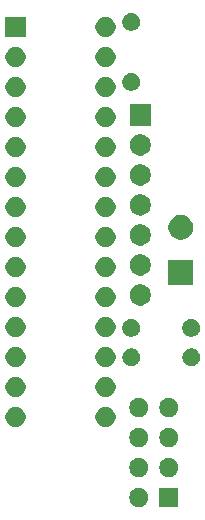
<source format=gbs>
G04 #@! TF.GenerationSoftware,KiCad,Pcbnew,5.1.5*
G04 #@! TF.CreationDate,2020-02-12T19:01:32+05:30*
G04 #@! TF.ProjectId,schematics,73636865-6d61-4746-9963-732e6b696361,rev?*
G04 #@! TF.SameCoordinates,Original*
G04 #@! TF.FileFunction,Soldermask,Bot*
G04 #@! TF.FilePolarity,Negative*
%FSLAX46Y46*%
G04 Gerber Fmt 4.6, Leading zero omitted, Abs format (unit mm)*
G04 Created by KiCad (PCBNEW 5.1.5) date 2020-02-12 19:01:32*
%MOMM*%
%LPD*%
G04 APERTURE LIST*
%ADD10C,0.100000*%
G04 APERTURE END LIST*
D10*
G36*
X144704000Y-116256000D02*
G01*
X143078000Y-116256000D01*
X143078000Y-114630000D01*
X144704000Y-114630000D01*
X144704000Y-116256000D01*
G37*
G36*
X141588142Y-114661242D02*
G01*
X141736101Y-114722529D01*
X141869255Y-114811499D01*
X141982501Y-114924745D01*
X142071471Y-115057899D01*
X142132758Y-115205858D01*
X142164000Y-115362925D01*
X142164000Y-115523075D01*
X142132758Y-115680142D01*
X142071471Y-115828101D01*
X141982501Y-115961255D01*
X141869255Y-116074501D01*
X141736101Y-116163471D01*
X141588142Y-116224758D01*
X141431075Y-116256000D01*
X141270925Y-116256000D01*
X141113858Y-116224758D01*
X140965899Y-116163471D01*
X140832745Y-116074501D01*
X140719499Y-115961255D01*
X140630529Y-115828101D01*
X140569242Y-115680142D01*
X140538000Y-115523075D01*
X140538000Y-115362925D01*
X140569242Y-115205858D01*
X140630529Y-115057899D01*
X140719499Y-114924745D01*
X140832745Y-114811499D01*
X140965899Y-114722529D01*
X141113858Y-114661242D01*
X141270925Y-114630000D01*
X141431075Y-114630000D01*
X141588142Y-114661242D01*
G37*
G36*
X141588142Y-112121242D02*
G01*
X141736101Y-112182529D01*
X141869255Y-112271499D01*
X141982501Y-112384745D01*
X142071471Y-112517899D01*
X142132758Y-112665858D01*
X142164000Y-112822925D01*
X142164000Y-112983075D01*
X142132758Y-113140142D01*
X142071471Y-113288101D01*
X141982501Y-113421255D01*
X141869255Y-113534501D01*
X141736101Y-113623471D01*
X141588142Y-113684758D01*
X141431075Y-113716000D01*
X141270925Y-113716000D01*
X141113858Y-113684758D01*
X140965899Y-113623471D01*
X140832745Y-113534501D01*
X140719499Y-113421255D01*
X140630529Y-113288101D01*
X140569242Y-113140142D01*
X140538000Y-112983075D01*
X140538000Y-112822925D01*
X140569242Y-112665858D01*
X140630529Y-112517899D01*
X140719499Y-112384745D01*
X140832745Y-112271499D01*
X140965899Y-112182529D01*
X141113858Y-112121242D01*
X141270925Y-112090000D01*
X141431075Y-112090000D01*
X141588142Y-112121242D01*
G37*
G36*
X144128142Y-112121242D02*
G01*
X144276101Y-112182529D01*
X144409255Y-112271499D01*
X144522501Y-112384745D01*
X144611471Y-112517899D01*
X144672758Y-112665858D01*
X144704000Y-112822925D01*
X144704000Y-112983075D01*
X144672758Y-113140142D01*
X144611471Y-113288101D01*
X144522501Y-113421255D01*
X144409255Y-113534501D01*
X144276101Y-113623471D01*
X144128142Y-113684758D01*
X143971075Y-113716000D01*
X143810925Y-113716000D01*
X143653858Y-113684758D01*
X143505899Y-113623471D01*
X143372745Y-113534501D01*
X143259499Y-113421255D01*
X143170529Y-113288101D01*
X143109242Y-113140142D01*
X143078000Y-112983075D01*
X143078000Y-112822925D01*
X143109242Y-112665858D01*
X143170529Y-112517899D01*
X143259499Y-112384745D01*
X143372745Y-112271499D01*
X143505899Y-112182529D01*
X143653858Y-112121242D01*
X143810925Y-112090000D01*
X143971075Y-112090000D01*
X144128142Y-112121242D01*
G37*
G36*
X144128142Y-109581242D02*
G01*
X144276101Y-109642529D01*
X144409255Y-109731499D01*
X144522501Y-109844745D01*
X144611471Y-109977899D01*
X144672758Y-110125858D01*
X144704000Y-110282925D01*
X144704000Y-110443075D01*
X144672758Y-110600142D01*
X144611471Y-110748101D01*
X144522501Y-110881255D01*
X144409255Y-110994501D01*
X144276101Y-111083471D01*
X144128142Y-111144758D01*
X143971075Y-111176000D01*
X143810925Y-111176000D01*
X143653858Y-111144758D01*
X143505899Y-111083471D01*
X143372745Y-110994501D01*
X143259499Y-110881255D01*
X143170529Y-110748101D01*
X143109242Y-110600142D01*
X143078000Y-110443075D01*
X143078000Y-110282925D01*
X143109242Y-110125858D01*
X143170529Y-109977899D01*
X143259499Y-109844745D01*
X143372745Y-109731499D01*
X143505899Y-109642529D01*
X143653858Y-109581242D01*
X143810925Y-109550000D01*
X143971075Y-109550000D01*
X144128142Y-109581242D01*
G37*
G36*
X141588142Y-109581242D02*
G01*
X141736101Y-109642529D01*
X141869255Y-109731499D01*
X141982501Y-109844745D01*
X142071471Y-109977899D01*
X142132758Y-110125858D01*
X142164000Y-110282925D01*
X142164000Y-110443075D01*
X142132758Y-110600142D01*
X142071471Y-110748101D01*
X141982501Y-110881255D01*
X141869255Y-110994501D01*
X141736101Y-111083471D01*
X141588142Y-111144758D01*
X141431075Y-111176000D01*
X141270925Y-111176000D01*
X141113858Y-111144758D01*
X140965899Y-111083471D01*
X140832745Y-110994501D01*
X140719499Y-110881255D01*
X140630529Y-110748101D01*
X140569242Y-110600142D01*
X140538000Y-110443075D01*
X140538000Y-110282925D01*
X140569242Y-110125858D01*
X140630529Y-109977899D01*
X140719499Y-109844745D01*
X140832745Y-109731499D01*
X140965899Y-109642529D01*
X141113858Y-109581242D01*
X141270925Y-109550000D01*
X141431075Y-109550000D01*
X141588142Y-109581242D01*
G37*
G36*
X138787229Y-107817704D02*
G01*
X138942101Y-107881854D01*
X139081482Y-107974986D01*
X139200016Y-108093520D01*
X139293148Y-108232901D01*
X139357298Y-108387773D01*
X139390001Y-108552185D01*
X139390001Y-108719817D01*
X139357298Y-108884229D01*
X139293148Y-109039101D01*
X139200016Y-109178482D01*
X139081482Y-109297016D01*
X138942101Y-109390148D01*
X138787229Y-109454298D01*
X138622817Y-109487001D01*
X138455185Y-109487001D01*
X138290773Y-109454298D01*
X138135901Y-109390148D01*
X137996520Y-109297016D01*
X137877986Y-109178482D01*
X137784854Y-109039101D01*
X137720704Y-108884229D01*
X137688001Y-108719817D01*
X137688001Y-108552185D01*
X137720704Y-108387773D01*
X137784854Y-108232901D01*
X137877986Y-108093520D01*
X137996520Y-107974986D01*
X138135901Y-107881854D01*
X138290773Y-107817704D01*
X138455185Y-107785001D01*
X138622817Y-107785001D01*
X138787229Y-107817704D01*
G37*
G36*
X131167229Y-107817704D02*
G01*
X131322101Y-107881854D01*
X131461482Y-107974986D01*
X131580016Y-108093520D01*
X131673148Y-108232901D01*
X131737298Y-108387773D01*
X131770001Y-108552185D01*
X131770001Y-108719817D01*
X131737298Y-108884229D01*
X131673148Y-109039101D01*
X131580016Y-109178482D01*
X131461482Y-109297016D01*
X131322101Y-109390148D01*
X131167229Y-109454298D01*
X131002817Y-109487001D01*
X130835185Y-109487001D01*
X130670773Y-109454298D01*
X130515901Y-109390148D01*
X130376520Y-109297016D01*
X130257986Y-109178482D01*
X130164854Y-109039101D01*
X130100704Y-108884229D01*
X130068001Y-108719817D01*
X130068001Y-108552185D01*
X130100704Y-108387773D01*
X130164854Y-108232901D01*
X130257986Y-108093520D01*
X130376520Y-107974986D01*
X130515901Y-107881854D01*
X130670773Y-107817704D01*
X130835185Y-107785001D01*
X131002817Y-107785001D01*
X131167229Y-107817704D01*
G37*
G36*
X144128142Y-107041242D02*
G01*
X144276101Y-107102529D01*
X144409255Y-107191499D01*
X144522501Y-107304745D01*
X144611471Y-107437899D01*
X144672758Y-107585858D01*
X144704000Y-107742925D01*
X144704000Y-107903075D01*
X144672758Y-108060142D01*
X144611471Y-108208101D01*
X144522501Y-108341255D01*
X144409255Y-108454501D01*
X144276101Y-108543471D01*
X144128142Y-108604758D01*
X143971075Y-108636000D01*
X143810925Y-108636000D01*
X143653858Y-108604758D01*
X143505899Y-108543471D01*
X143372745Y-108454501D01*
X143259499Y-108341255D01*
X143170529Y-108208101D01*
X143109242Y-108060142D01*
X143078000Y-107903075D01*
X143078000Y-107742925D01*
X143109242Y-107585858D01*
X143170529Y-107437899D01*
X143259499Y-107304745D01*
X143372745Y-107191499D01*
X143505899Y-107102529D01*
X143653858Y-107041242D01*
X143810925Y-107010000D01*
X143971075Y-107010000D01*
X144128142Y-107041242D01*
G37*
G36*
X141588142Y-107041242D02*
G01*
X141736101Y-107102529D01*
X141869255Y-107191499D01*
X141982501Y-107304745D01*
X142071471Y-107437899D01*
X142132758Y-107585858D01*
X142164000Y-107742925D01*
X142164000Y-107903075D01*
X142132758Y-108060142D01*
X142071471Y-108208101D01*
X141982501Y-108341255D01*
X141869255Y-108454501D01*
X141736101Y-108543471D01*
X141588142Y-108604758D01*
X141431075Y-108636000D01*
X141270925Y-108636000D01*
X141113858Y-108604758D01*
X140965899Y-108543471D01*
X140832745Y-108454501D01*
X140719499Y-108341255D01*
X140630529Y-108208101D01*
X140569242Y-108060142D01*
X140538000Y-107903075D01*
X140538000Y-107742925D01*
X140569242Y-107585858D01*
X140630529Y-107437899D01*
X140719499Y-107304745D01*
X140832745Y-107191499D01*
X140965899Y-107102529D01*
X141113858Y-107041242D01*
X141270925Y-107010000D01*
X141431075Y-107010000D01*
X141588142Y-107041242D01*
G37*
G36*
X131167229Y-105277704D02*
G01*
X131322101Y-105341854D01*
X131461482Y-105434986D01*
X131580016Y-105553520D01*
X131673148Y-105692901D01*
X131737298Y-105847773D01*
X131770001Y-106012185D01*
X131770001Y-106179817D01*
X131737298Y-106344229D01*
X131673148Y-106499101D01*
X131580016Y-106638482D01*
X131461482Y-106757016D01*
X131322101Y-106850148D01*
X131167229Y-106914298D01*
X131002817Y-106947001D01*
X130835185Y-106947001D01*
X130670773Y-106914298D01*
X130515901Y-106850148D01*
X130376520Y-106757016D01*
X130257986Y-106638482D01*
X130164854Y-106499101D01*
X130100704Y-106344229D01*
X130068001Y-106179817D01*
X130068001Y-106012185D01*
X130100704Y-105847773D01*
X130164854Y-105692901D01*
X130257986Y-105553520D01*
X130376520Y-105434986D01*
X130515901Y-105341854D01*
X130670773Y-105277704D01*
X130835185Y-105245001D01*
X131002817Y-105245001D01*
X131167229Y-105277704D01*
G37*
G36*
X138787229Y-105277704D02*
G01*
X138942101Y-105341854D01*
X139081482Y-105434986D01*
X139200016Y-105553520D01*
X139293148Y-105692901D01*
X139357298Y-105847773D01*
X139390001Y-106012185D01*
X139390001Y-106179817D01*
X139357298Y-106344229D01*
X139293148Y-106499101D01*
X139200016Y-106638482D01*
X139081482Y-106757016D01*
X138942101Y-106850148D01*
X138787229Y-106914298D01*
X138622817Y-106947001D01*
X138455185Y-106947001D01*
X138290773Y-106914298D01*
X138135901Y-106850148D01*
X137996520Y-106757016D01*
X137877986Y-106638482D01*
X137784854Y-106499101D01*
X137720704Y-106344229D01*
X137688001Y-106179817D01*
X137688001Y-106012185D01*
X137720704Y-105847773D01*
X137784854Y-105692901D01*
X137877986Y-105553520D01*
X137996520Y-105434986D01*
X138135901Y-105341854D01*
X138290773Y-105277704D01*
X138455185Y-105245001D01*
X138622817Y-105245001D01*
X138787229Y-105277704D01*
G37*
G36*
X131167229Y-102737704D02*
G01*
X131322101Y-102801854D01*
X131461482Y-102894986D01*
X131580016Y-103013520D01*
X131673148Y-103152901D01*
X131737298Y-103307773D01*
X131770001Y-103472185D01*
X131770001Y-103639817D01*
X131737298Y-103804229D01*
X131673148Y-103959101D01*
X131580016Y-104098482D01*
X131461482Y-104217016D01*
X131322101Y-104310148D01*
X131167229Y-104374298D01*
X131002817Y-104407001D01*
X130835185Y-104407001D01*
X130670773Y-104374298D01*
X130515901Y-104310148D01*
X130376520Y-104217016D01*
X130257986Y-104098482D01*
X130164854Y-103959101D01*
X130100704Y-103804229D01*
X130068001Y-103639817D01*
X130068001Y-103472185D01*
X130100704Y-103307773D01*
X130164854Y-103152901D01*
X130257986Y-103013520D01*
X130376520Y-102894986D01*
X130515901Y-102801854D01*
X130670773Y-102737704D01*
X130835185Y-102705001D01*
X131002817Y-102705001D01*
X131167229Y-102737704D01*
G37*
G36*
X138787229Y-102737704D02*
G01*
X138942101Y-102801854D01*
X139081482Y-102894986D01*
X139200016Y-103013520D01*
X139293148Y-103152901D01*
X139357298Y-103307773D01*
X139390001Y-103472185D01*
X139390001Y-103639817D01*
X139357298Y-103804229D01*
X139293148Y-103959101D01*
X139200016Y-104098482D01*
X139081482Y-104217016D01*
X138942101Y-104310148D01*
X138787229Y-104374298D01*
X138622817Y-104407001D01*
X138455185Y-104407001D01*
X138290773Y-104374298D01*
X138135901Y-104310148D01*
X137996520Y-104217016D01*
X137877986Y-104098482D01*
X137784854Y-103959101D01*
X137720704Y-103804229D01*
X137688001Y-103639817D01*
X137688001Y-103472185D01*
X137720704Y-103307773D01*
X137784854Y-103152901D01*
X137877986Y-103013520D01*
X137996520Y-102894986D01*
X138135901Y-102801854D01*
X138290773Y-102737704D01*
X138455185Y-102705001D01*
X138622817Y-102705001D01*
X138787229Y-102737704D01*
G37*
G36*
X146015059Y-102847861D02*
G01*
X146128829Y-102894986D01*
X146151732Y-102904473D01*
X146274735Y-102986661D01*
X146379340Y-103091266D01*
X146379341Y-103091268D01*
X146461529Y-103214271D01*
X146518140Y-103350942D01*
X146542257Y-103472186D01*
X146547000Y-103496034D01*
X146547000Y-103643968D01*
X146518140Y-103789060D01*
X146461528Y-103925733D01*
X146379340Y-104048736D01*
X146274735Y-104153341D01*
X146151732Y-104235529D01*
X146151731Y-104235530D01*
X146151730Y-104235530D01*
X146015059Y-104292141D01*
X145869968Y-104321001D01*
X145722032Y-104321001D01*
X145576941Y-104292141D01*
X145440270Y-104235530D01*
X145440269Y-104235530D01*
X145440268Y-104235529D01*
X145317265Y-104153341D01*
X145212660Y-104048736D01*
X145130472Y-103925733D01*
X145073860Y-103789060D01*
X145045000Y-103643968D01*
X145045000Y-103496034D01*
X145049744Y-103472186D01*
X145073860Y-103350942D01*
X145130471Y-103214271D01*
X145212659Y-103091268D01*
X145212660Y-103091266D01*
X145317265Y-102986661D01*
X145440268Y-102904473D01*
X145463172Y-102894986D01*
X145576941Y-102847861D01*
X145722032Y-102819001D01*
X145869968Y-102819001D01*
X146015059Y-102847861D01*
G37*
G36*
X140935059Y-102847861D02*
G01*
X141048829Y-102894986D01*
X141071732Y-102904473D01*
X141194735Y-102986661D01*
X141299340Y-103091266D01*
X141299341Y-103091268D01*
X141381529Y-103214271D01*
X141438140Y-103350942D01*
X141462257Y-103472186D01*
X141467000Y-103496034D01*
X141467000Y-103643968D01*
X141438140Y-103789060D01*
X141381528Y-103925733D01*
X141299340Y-104048736D01*
X141194735Y-104153341D01*
X141071732Y-104235529D01*
X141071731Y-104235530D01*
X141071730Y-104235530D01*
X140935059Y-104292141D01*
X140789968Y-104321001D01*
X140642032Y-104321001D01*
X140496941Y-104292141D01*
X140360270Y-104235530D01*
X140360269Y-104235530D01*
X140360268Y-104235529D01*
X140237265Y-104153341D01*
X140132660Y-104048736D01*
X140050472Y-103925733D01*
X139993860Y-103789060D01*
X139965000Y-103643968D01*
X139965000Y-103496034D01*
X139969744Y-103472186D01*
X139993860Y-103350942D01*
X140050471Y-103214271D01*
X140132659Y-103091268D01*
X140132660Y-103091266D01*
X140237265Y-102986661D01*
X140360268Y-102904473D01*
X140383172Y-102894986D01*
X140496941Y-102847861D01*
X140642032Y-102819001D01*
X140789968Y-102819001D01*
X140935059Y-102847861D01*
G37*
G36*
X131167229Y-100197704D02*
G01*
X131322101Y-100261854D01*
X131461482Y-100354986D01*
X131580016Y-100473520D01*
X131673148Y-100612901D01*
X131737298Y-100767773D01*
X131770001Y-100932185D01*
X131770001Y-101099817D01*
X131737298Y-101264229D01*
X131673148Y-101419101D01*
X131580016Y-101558482D01*
X131461482Y-101677016D01*
X131322101Y-101770148D01*
X131167229Y-101834298D01*
X131002817Y-101867001D01*
X130835185Y-101867001D01*
X130670773Y-101834298D01*
X130515901Y-101770148D01*
X130376520Y-101677016D01*
X130257986Y-101558482D01*
X130164854Y-101419101D01*
X130100704Y-101264229D01*
X130068001Y-101099817D01*
X130068001Y-100932185D01*
X130100704Y-100767773D01*
X130164854Y-100612901D01*
X130257986Y-100473520D01*
X130376520Y-100354986D01*
X130515901Y-100261854D01*
X130670773Y-100197704D01*
X130835185Y-100165001D01*
X131002817Y-100165001D01*
X131167229Y-100197704D01*
G37*
G36*
X138787229Y-100197704D02*
G01*
X138942101Y-100261854D01*
X139081482Y-100354986D01*
X139200016Y-100473520D01*
X139293148Y-100612901D01*
X139357298Y-100767773D01*
X139390001Y-100932185D01*
X139390001Y-101099817D01*
X139357298Y-101264229D01*
X139293148Y-101419101D01*
X139200016Y-101558482D01*
X139081482Y-101677016D01*
X138942101Y-101770148D01*
X138787229Y-101834298D01*
X138622817Y-101867001D01*
X138455185Y-101867001D01*
X138290773Y-101834298D01*
X138135901Y-101770148D01*
X137996520Y-101677016D01*
X137877986Y-101558482D01*
X137784854Y-101419101D01*
X137720704Y-101264229D01*
X137688001Y-101099817D01*
X137688001Y-100932185D01*
X137720704Y-100767773D01*
X137784854Y-100612901D01*
X137877986Y-100473520D01*
X137996520Y-100354986D01*
X138135901Y-100261854D01*
X138290773Y-100197704D01*
X138455185Y-100165001D01*
X138622817Y-100165001D01*
X138787229Y-100197704D01*
G37*
G36*
X140860281Y-100354986D02*
G01*
X140935059Y-100369860D01*
X141071732Y-100426472D01*
X141194735Y-100508660D01*
X141299340Y-100613265D01*
X141299341Y-100613267D01*
X141381529Y-100736270D01*
X141438140Y-100872941D01*
X141467000Y-101018032D01*
X141467000Y-101165968D01*
X141438140Y-101311059D01*
X141393388Y-101419101D01*
X141381528Y-101447732D01*
X141299340Y-101570735D01*
X141194735Y-101675340D01*
X141071732Y-101757528D01*
X141071731Y-101757529D01*
X141071730Y-101757529D01*
X140935059Y-101814140D01*
X140789968Y-101843000D01*
X140642032Y-101843000D01*
X140496941Y-101814140D01*
X140360270Y-101757529D01*
X140360269Y-101757529D01*
X140360268Y-101757528D01*
X140237265Y-101675340D01*
X140132660Y-101570735D01*
X140050472Y-101447732D01*
X140038613Y-101419101D01*
X139993860Y-101311059D01*
X139965000Y-101165968D01*
X139965000Y-101018032D01*
X139993860Y-100872941D01*
X140050471Y-100736270D01*
X140132659Y-100613267D01*
X140132660Y-100613265D01*
X140237265Y-100508660D01*
X140360268Y-100426472D01*
X140496941Y-100369860D01*
X140571719Y-100354986D01*
X140642032Y-100341000D01*
X140789968Y-100341000D01*
X140860281Y-100354986D01*
G37*
G36*
X145940281Y-100354986D02*
G01*
X146015059Y-100369860D01*
X146151732Y-100426472D01*
X146274735Y-100508660D01*
X146379340Y-100613265D01*
X146379341Y-100613267D01*
X146461529Y-100736270D01*
X146518140Y-100872941D01*
X146547000Y-101018032D01*
X146547000Y-101165968D01*
X146518140Y-101311059D01*
X146473388Y-101419101D01*
X146461528Y-101447732D01*
X146379340Y-101570735D01*
X146274735Y-101675340D01*
X146151732Y-101757528D01*
X146151731Y-101757529D01*
X146151730Y-101757529D01*
X146015059Y-101814140D01*
X145869968Y-101843000D01*
X145722032Y-101843000D01*
X145576941Y-101814140D01*
X145440270Y-101757529D01*
X145440269Y-101757529D01*
X145440268Y-101757528D01*
X145317265Y-101675340D01*
X145212660Y-101570735D01*
X145130472Y-101447732D01*
X145118613Y-101419101D01*
X145073860Y-101311059D01*
X145045000Y-101165968D01*
X145045000Y-101018032D01*
X145073860Y-100872941D01*
X145130471Y-100736270D01*
X145212659Y-100613267D01*
X145212660Y-100613265D01*
X145317265Y-100508660D01*
X145440268Y-100426472D01*
X145576941Y-100369860D01*
X145651719Y-100354986D01*
X145722032Y-100341000D01*
X145869968Y-100341000D01*
X145940281Y-100354986D01*
G37*
G36*
X131167229Y-97657704D02*
G01*
X131322101Y-97721854D01*
X131461482Y-97814986D01*
X131580016Y-97933520D01*
X131673148Y-98072901D01*
X131737298Y-98227773D01*
X131770001Y-98392185D01*
X131770001Y-98559817D01*
X131737298Y-98724229D01*
X131673148Y-98879101D01*
X131580016Y-99018482D01*
X131461482Y-99137016D01*
X131322101Y-99230148D01*
X131167229Y-99294298D01*
X131002817Y-99327001D01*
X130835185Y-99327001D01*
X130670773Y-99294298D01*
X130515901Y-99230148D01*
X130376520Y-99137016D01*
X130257986Y-99018482D01*
X130164854Y-98879101D01*
X130100704Y-98724229D01*
X130068001Y-98559817D01*
X130068001Y-98392185D01*
X130100704Y-98227773D01*
X130164854Y-98072901D01*
X130257986Y-97933520D01*
X130376520Y-97814986D01*
X130515901Y-97721854D01*
X130670773Y-97657704D01*
X130835185Y-97625001D01*
X131002817Y-97625001D01*
X131167229Y-97657704D01*
G37*
G36*
X138787229Y-97657704D02*
G01*
X138942101Y-97721854D01*
X139081482Y-97814986D01*
X139200016Y-97933520D01*
X139293148Y-98072901D01*
X139357298Y-98227773D01*
X139390001Y-98392185D01*
X139390001Y-98559817D01*
X139357298Y-98724229D01*
X139293148Y-98879101D01*
X139200016Y-99018482D01*
X139081482Y-99137016D01*
X138942101Y-99230148D01*
X138787229Y-99294298D01*
X138622817Y-99327001D01*
X138455185Y-99327001D01*
X138290773Y-99294298D01*
X138135901Y-99230148D01*
X137996520Y-99137016D01*
X137877986Y-99018482D01*
X137784854Y-98879101D01*
X137720704Y-98724229D01*
X137688001Y-98559817D01*
X137688001Y-98392185D01*
X137720704Y-98227773D01*
X137784854Y-98072901D01*
X137877986Y-97933520D01*
X137996520Y-97814986D01*
X138135901Y-97721854D01*
X138290773Y-97657704D01*
X138455185Y-97625001D01*
X138622817Y-97625001D01*
X138787229Y-97657704D01*
G37*
G36*
X141591512Y-97401927D02*
G01*
X141740812Y-97431624D01*
X141904784Y-97499544D01*
X142052354Y-97598147D01*
X142177853Y-97723646D01*
X142276456Y-97871216D01*
X142344376Y-98035188D01*
X142379000Y-98209259D01*
X142379000Y-98386741D01*
X142344376Y-98560812D01*
X142276456Y-98724784D01*
X142177853Y-98872354D01*
X142052354Y-98997853D01*
X141904784Y-99096456D01*
X141740812Y-99164376D01*
X141591512Y-99194073D01*
X141566742Y-99199000D01*
X141389258Y-99199000D01*
X141364488Y-99194073D01*
X141215188Y-99164376D01*
X141051216Y-99096456D01*
X140903646Y-98997853D01*
X140778147Y-98872354D01*
X140679544Y-98724784D01*
X140611624Y-98560812D01*
X140577000Y-98386741D01*
X140577000Y-98209259D01*
X140611624Y-98035188D01*
X140679544Y-97871216D01*
X140778147Y-97723646D01*
X140903646Y-97598147D01*
X141051216Y-97499544D01*
X141215188Y-97431624D01*
X141364488Y-97401927D01*
X141389258Y-97397000D01*
X141566742Y-97397000D01*
X141591512Y-97401927D01*
G37*
G36*
X145957490Y-97443490D02*
G01*
X143856510Y-97443490D01*
X143856510Y-95342510D01*
X145957490Y-95342510D01*
X145957490Y-97443490D01*
G37*
G36*
X131167229Y-95117704D02*
G01*
X131322101Y-95181854D01*
X131461482Y-95274986D01*
X131580016Y-95393520D01*
X131673148Y-95532901D01*
X131737298Y-95687773D01*
X131770001Y-95852185D01*
X131770001Y-96019817D01*
X131737298Y-96184229D01*
X131673148Y-96339101D01*
X131580016Y-96478482D01*
X131461482Y-96597016D01*
X131322101Y-96690148D01*
X131167229Y-96754298D01*
X131002817Y-96787001D01*
X130835185Y-96787001D01*
X130670773Y-96754298D01*
X130515901Y-96690148D01*
X130376520Y-96597016D01*
X130257986Y-96478482D01*
X130164854Y-96339101D01*
X130100704Y-96184229D01*
X130068001Y-96019817D01*
X130068001Y-95852185D01*
X130100704Y-95687773D01*
X130164854Y-95532901D01*
X130257986Y-95393520D01*
X130376520Y-95274986D01*
X130515901Y-95181854D01*
X130670773Y-95117704D01*
X130835185Y-95085001D01*
X131002817Y-95085001D01*
X131167229Y-95117704D01*
G37*
G36*
X138787229Y-95117704D02*
G01*
X138942101Y-95181854D01*
X139081482Y-95274986D01*
X139200016Y-95393520D01*
X139293148Y-95532901D01*
X139357298Y-95687773D01*
X139390001Y-95852185D01*
X139390001Y-96019817D01*
X139357298Y-96184229D01*
X139293148Y-96339101D01*
X139200016Y-96478482D01*
X139081482Y-96597016D01*
X138942101Y-96690148D01*
X138787229Y-96754298D01*
X138622817Y-96787001D01*
X138455185Y-96787001D01*
X138290773Y-96754298D01*
X138135901Y-96690148D01*
X137996520Y-96597016D01*
X137877986Y-96478482D01*
X137784854Y-96339101D01*
X137720704Y-96184229D01*
X137688001Y-96019817D01*
X137688001Y-95852185D01*
X137720704Y-95687773D01*
X137784854Y-95532901D01*
X137877986Y-95393520D01*
X137996520Y-95274986D01*
X138135901Y-95181854D01*
X138290773Y-95117704D01*
X138455185Y-95085001D01*
X138622817Y-95085001D01*
X138787229Y-95117704D01*
G37*
G36*
X141591512Y-94861927D02*
G01*
X141740812Y-94891624D01*
X141904784Y-94959544D01*
X142052354Y-95058147D01*
X142177853Y-95183646D01*
X142276456Y-95331216D01*
X142344376Y-95495188D01*
X142379000Y-95669259D01*
X142379000Y-95846741D01*
X142344376Y-96020812D01*
X142276456Y-96184784D01*
X142177853Y-96332354D01*
X142052354Y-96457853D01*
X141904784Y-96556456D01*
X141740812Y-96624376D01*
X141591512Y-96654073D01*
X141566742Y-96659000D01*
X141389258Y-96659000D01*
X141364488Y-96654073D01*
X141215188Y-96624376D01*
X141051216Y-96556456D01*
X140903646Y-96457853D01*
X140778147Y-96332354D01*
X140679544Y-96184784D01*
X140611624Y-96020812D01*
X140577000Y-95846741D01*
X140577000Y-95669259D01*
X140611624Y-95495188D01*
X140679544Y-95331216D01*
X140778147Y-95183646D01*
X140903646Y-95058147D01*
X141051216Y-94959544D01*
X141215188Y-94891624D01*
X141364488Y-94861927D01*
X141389258Y-94857000D01*
X141566742Y-94857000D01*
X141591512Y-94861927D01*
G37*
G36*
X131167229Y-92577704D02*
G01*
X131322101Y-92641854D01*
X131461482Y-92734986D01*
X131580016Y-92853520D01*
X131673148Y-92992901D01*
X131737298Y-93147773D01*
X131770001Y-93312185D01*
X131770001Y-93479817D01*
X131737298Y-93644229D01*
X131673148Y-93799101D01*
X131580016Y-93938482D01*
X131461482Y-94057016D01*
X131322101Y-94150148D01*
X131167229Y-94214298D01*
X131002817Y-94247001D01*
X130835185Y-94247001D01*
X130670773Y-94214298D01*
X130515901Y-94150148D01*
X130376520Y-94057016D01*
X130257986Y-93938482D01*
X130164854Y-93799101D01*
X130100704Y-93644229D01*
X130068001Y-93479817D01*
X130068001Y-93312185D01*
X130100704Y-93147773D01*
X130164854Y-92992901D01*
X130257986Y-92853520D01*
X130376520Y-92734986D01*
X130515901Y-92641854D01*
X130670773Y-92577704D01*
X130835185Y-92545001D01*
X131002817Y-92545001D01*
X131167229Y-92577704D01*
G37*
G36*
X138787229Y-92577704D02*
G01*
X138942101Y-92641854D01*
X139081482Y-92734986D01*
X139200016Y-92853520D01*
X139293148Y-92992901D01*
X139357298Y-93147773D01*
X139390001Y-93312185D01*
X139390001Y-93479817D01*
X139357298Y-93644229D01*
X139293148Y-93799101D01*
X139200016Y-93938482D01*
X139081482Y-94057016D01*
X138942101Y-94150148D01*
X138787229Y-94214298D01*
X138622817Y-94247001D01*
X138455185Y-94247001D01*
X138290773Y-94214298D01*
X138135901Y-94150148D01*
X137996520Y-94057016D01*
X137877986Y-93938482D01*
X137784854Y-93799101D01*
X137720704Y-93644229D01*
X137688001Y-93479817D01*
X137688001Y-93312185D01*
X137720704Y-93147773D01*
X137784854Y-92992901D01*
X137877986Y-92853520D01*
X137996520Y-92734986D01*
X138135901Y-92641854D01*
X138290773Y-92577704D01*
X138455185Y-92545001D01*
X138622817Y-92545001D01*
X138787229Y-92577704D01*
G37*
G36*
X141591512Y-92321927D02*
G01*
X141740812Y-92351624D01*
X141904784Y-92419544D01*
X142052354Y-92518147D01*
X142177853Y-92643646D01*
X142276456Y-92791216D01*
X142344376Y-92955188D01*
X142379000Y-93129259D01*
X142379000Y-93306741D01*
X142344376Y-93480812D01*
X142276456Y-93644784D01*
X142177853Y-93792354D01*
X142052354Y-93917853D01*
X141904784Y-94016456D01*
X141740812Y-94084376D01*
X141591512Y-94114073D01*
X141566742Y-94119000D01*
X141389258Y-94119000D01*
X141364488Y-94114073D01*
X141215188Y-94084376D01*
X141051216Y-94016456D01*
X140903646Y-93917853D01*
X140778147Y-93792354D01*
X140679544Y-93644784D01*
X140611624Y-93480812D01*
X140577000Y-93306741D01*
X140577000Y-93129259D01*
X140611624Y-92955188D01*
X140679544Y-92791216D01*
X140778147Y-92643646D01*
X140903646Y-92518147D01*
X141051216Y-92419544D01*
X141215188Y-92351624D01*
X141364488Y-92321927D01*
X141389258Y-92317000D01*
X141566742Y-92317000D01*
X141591512Y-92321927D01*
G37*
G36*
X145213416Y-91572879D02*
G01*
X145404592Y-91652067D01*
X145404594Y-91652068D01*
X145437860Y-91674296D01*
X145576648Y-91767031D01*
X145722969Y-91913352D01*
X145837933Y-92085408D01*
X145917121Y-92276584D01*
X145957490Y-92479534D01*
X145957490Y-92686466D01*
X145917121Y-92889416D01*
X145837933Y-93080592D01*
X145837932Y-93080594D01*
X145722969Y-93252648D01*
X145576648Y-93398969D01*
X145404594Y-93513932D01*
X145404593Y-93513933D01*
X145404592Y-93513933D01*
X145213416Y-93593121D01*
X145010466Y-93633490D01*
X144803534Y-93633490D01*
X144600584Y-93593121D01*
X144409408Y-93513933D01*
X144409407Y-93513933D01*
X144409406Y-93513932D01*
X144237352Y-93398969D01*
X144091031Y-93252648D01*
X143976068Y-93080594D01*
X143976067Y-93080592D01*
X143896879Y-92889416D01*
X143856510Y-92686466D01*
X143856510Y-92479534D01*
X143896879Y-92276584D01*
X143976067Y-92085408D01*
X144091031Y-91913352D01*
X144237352Y-91767031D01*
X144376140Y-91674296D01*
X144409406Y-91652068D01*
X144409408Y-91652067D01*
X144600584Y-91572879D01*
X144803534Y-91532510D01*
X145010466Y-91532510D01*
X145213416Y-91572879D01*
G37*
G36*
X138787229Y-90037704D02*
G01*
X138942101Y-90101854D01*
X139081482Y-90194986D01*
X139200016Y-90313520D01*
X139293148Y-90452901D01*
X139357298Y-90607773D01*
X139390001Y-90772185D01*
X139390001Y-90939817D01*
X139357298Y-91104229D01*
X139293148Y-91259101D01*
X139200016Y-91398482D01*
X139081482Y-91517016D01*
X138942101Y-91610148D01*
X138787229Y-91674298D01*
X138622817Y-91707001D01*
X138455185Y-91707001D01*
X138290773Y-91674298D01*
X138135901Y-91610148D01*
X137996520Y-91517016D01*
X137877986Y-91398482D01*
X137784854Y-91259101D01*
X137720704Y-91104229D01*
X137688001Y-90939817D01*
X137688001Y-90772185D01*
X137720704Y-90607773D01*
X137784854Y-90452901D01*
X137877986Y-90313520D01*
X137996520Y-90194986D01*
X138135901Y-90101854D01*
X138290773Y-90037704D01*
X138455185Y-90005001D01*
X138622817Y-90005001D01*
X138787229Y-90037704D01*
G37*
G36*
X131167229Y-90037704D02*
G01*
X131322101Y-90101854D01*
X131461482Y-90194986D01*
X131580016Y-90313520D01*
X131673148Y-90452901D01*
X131737298Y-90607773D01*
X131770001Y-90772185D01*
X131770001Y-90939817D01*
X131737298Y-91104229D01*
X131673148Y-91259101D01*
X131580016Y-91398482D01*
X131461482Y-91517016D01*
X131322101Y-91610148D01*
X131167229Y-91674298D01*
X131002817Y-91707001D01*
X130835185Y-91707001D01*
X130670773Y-91674298D01*
X130515901Y-91610148D01*
X130376520Y-91517016D01*
X130257986Y-91398482D01*
X130164854Y-91259101D01*
X130100704Y-91104229D01*
X130068001Y-90939817D01*
X130068001Y-90772185D01*
X130100704Y-90607773D01*
X130164854Y-90452901D01*
X130257986Y-90313520D01*
X130376520Y-90194986D01*
X130515901Y-90101854D01*
X130670773Y-90037704D01*
X130835185Y-90005001D01*
X131002817Y-90005001D01*
X131167229Y-90037704D01*
G37*
G36*
X141591512Y-89781927D02*
G01*
X141740812Y-89811624D01*
X141904784Y-89879544D01*
X142052354Y-89978147D01*
X142177853Y-90103646D01*
X142276456Y-90251216D01*
X142344376Y-90415188D01*
X142379000Y-90589259D01*
X142379000Y-90766741D01*
X142344376Y-90940812D01*
X142276456Y-91104784D01*
X142177853Y-91252354D01*
X142052354Y-91377853D01*
X141904784Y-91476456D01*
X141740812Y-91544376D01*
X141597514Y-91572879D01*
X141566742Y-91579000D01*
X141389258Y-91579000D01*
X141358486Y-91572879D01*
X141215188Y-91544376D01*
X141051216Y-91476456D01*
X140903646Y-91377853D01*
X140778147Y-91252354D01*
X140679544Y-91104784D01*
X140611624Y-90940812D01*
X140577000Y-90766741D01*
X140577000Y-90589259D01*
X140611624Y-90415188D01*
X140679544Y-90251216D01*
X140778147Y-90103646D01*
X140903646Y-89978147D01*
X141051216Y-89879544D01*
X141215188Y-89811624D01*
X141364488Y-89781927D01*
X141389258Y-89777000D01*
X141566742Y-89777000D01*
X141591512Y-89781927D01*
G37*
G36*
X131167229Y-87497704D02*
G01*
X131322101Y-87561854D01*
X131461482Y-87654986D01*
X131580016Y-87773520D01*
X131673148Y-87912901D01*
X131737298Y-88067773D01*
X131770001Y-88232185D01*
X131770001Y-88399817D01*
X131737298Y-88564229D01*
X131673148Y-88719101D01*
X131580016Y-88858482D01*
X131461482Y-88977016D01*
X131322101Y-89070148D01*
X131167229Y-89134298D01*
X131002817Y-89167001D01*
X130835185Y-89167001D01*
X130670773Y-89134298D01*
X130515901Y-89070148D01*
X130376520Y-88977016D01*
X130257986Y-88858482D01*
X130164854Y-88719101D01*
X130100704Y-88564229D01*
X130068001Y-88399817D01*
X130068001Y-88232185D01*
X130100704Y-88067773D01*
X130164854Y-87912901D01*
X130257986Y-87773520D01*
X130376520Y-87654986D01*
X130515901Y-87561854D01*
X130670773Y-87497704D01*
X130835185Y-87465001D01*
X131002817Y-87465001D01*
X131167229Y-87497704D01*
G37*
G36*
X138787229Y-87497704D02*
G01*
X138942101Y-87561854D01*
X139081482Y-87654986D01*
X139200016Y-87773520D01*
X139293148Y-87912901D01*
X139357298Y-88067773D01*
X139390001Y-88232185D01*
X139390001Y-88399817D01*
X139357298Y-88564229D01*
X139293148Y-88719101D01*
X139200016Y-88858482D01*
X139081482Y-88977016D01*
X138942101Y-89070148D01*
X138787229Y-89134298D01*
X138622817Y-89167001D01*
X138455185Y-89167001D01*
X138290773Y-89134298D01*
X138135901Y-89070148D01*
X137996520Y-88977016D01*
X137877986Y-88858482D01*
X137784854Y-88719101D01*
X137720704Y-88564229D01*
X137688001Y-88399817D01*
X137688001Y-88232185D01*
X137720704Y-88067773D01*
X137784854Y-87912901D01*
X137877986Y-87773520D01*
X137996520Y-87654986D01*
X138135901Y-87561854D01*
X138290773Y-87497704D01*
X138455185Y-87465001D01*
X138622817Y-87465001D01*
X138787229Y-87497704D01*
G37*
G36*
X141591512Y-87241927D02*
G01*
X141740812Y-87271624D01*
X141904784Y-87339544D01*
X142052354Y-87438147D01*
X142177853Y-87563646D01*
X142276456Y-87711216D01*
X142344376Y-87875188D01*
X142379000Y-88049259D01*
X142379000Y-88226741D01*
X142344376Y-88400812D01*
X142276456Y-88564784D01*
X142177853Y-88712354D01*
X142052354Y-88837853D01*
X141904784Y-88936456D01*
X141740812Y-89004376D01*
X141591512Y-89034073D01*
X141566742Y-89039000D01*
X141389258Y-89039000D01*
X141364488Y-89034073D01*
X141215188Y-89004376D01*
X141051216Y-88936456D01*
X140903646Y-88837853D01*
X140778147Y-88712354D01*
X140679544Y-88564784D01*
X140611624Y-88400812D01*
X140577000Y-88226741D01*
X140577000Y-88049259D01*
X140611624Y-87875188D01*
X140679544Y-87711216D01*
X140778147Y-87563646D01*
X140903646Y-87438147D01*
X141051216Y-87339544D01*
X141215188Y-87271624D01*
X141364488Y-87241927D01*
X141389258Y-87237000D01*
X141566742Y-87237000D01*
X141591512Y-87241927D01*
G37*
G36*
X131167229Y-84957704D02*
G01*
X131322101Y-85021854D01*
X131461482Y-85114986D01*
X131580016Y-85233520D01*
X131673148Y-85372901D01*
X131737298Y-85527773D01*
X131770001Y-85692185D01*
X131770001Y-85859817D01*
X131737298Y-86024229D01*
X131673148Y-86179101D01*
X131580016Y-86318482D01*
X131461482Y-86437016D01*
X131322101Y-86530148D01*
X131167229Y-86594298D01*
X131002817Y-86627001D01*
X130835185Y-86627001D01*
X130670773Y-86594298D01*
X130515901Y-86530148D01*
X130376520Y-86437016D01*
X130257986Y-86318482D01*
X130164854Y-86179101D01*
X130100704Y-86024229D01*
X130068001Y-85859817D01*
X130068001Y-85692185D01*
X130100704Y-85527773D01*
X130164854Y-85372901D01*
X130257986Y-85233520D01*
X130376520Y-85114986D01*
X130515901Y-85021854D01*
X130670773Y-84957704D01*
X130835185Y-84925001D01*
X131002817Y-84925001D01*
X131167229Y-84957704D01*
G37*
G36*
X138787229Y-84957704D02*
G01*
X138942101Y-85021854D01*
X139081482Y-85114986D01*
X139200016Y-85233520D01*
X139293148Y-85372901D01*
X139357298Y-85527773D01*
X139390001Y-85692185D01*
X139390001Y-85859817D01*
X139357298Y-86024229D01*
X139293148Y-86179101D01*
X139200016Y-86318482D01*
X139081482Y-86437016D01*
X138942101Y-86530148D01*
X138787229Y-86594298D01*
X138622817Y-86627001D01*
X138455185Y-86627001D01*
X138290773Y-86594298D01*
X138135901Y-86530148D01*
X137996520Y-86437016D01*
X137877986Y-86318482D01*
X137784854Y-86179101D01*
X137720704Y-86024229D01*
X137688001Y-85859817D01*
X137688001Y-85692185D01*
X137720704Y-85527773D01*
X137784854Y-85372901D01*
X137877986Y-85233520D01*
X137996520Y-85114986D01*
X138135901Y-85021854D01*
X138290773Y-84957704D01*
X138455185Y-84925001D01*
X138622817Y-84925001D01*
X138787229Y-84957704D01*
G37*
G36*
X141591512Y-84701927D02*
G01*
X141740812Y-84731624D01*
X141904784Y-84799544D01*
X142052354Y-84898147D01*
X142177853Y-85023646D01*
X142276456Y-85171216D01*
X142344376Y-85335188D01*
X142379000Y-85509259D01*
X142379000Y-85686741D01*
X142344376Y-85860812D01*
X142276456Y-86024784D01*
X142177853Y-86172354D01*
X142052354Y-86297853D01*
X141904784Y-86396456D01*
X141740812Y-86464376D01*
X141591512Y-86494073D01*
X141566742Y-86499000D01*
X141389258Y-86499000D01*
X141364488Y-86494073D01*
X141215188Y-86464376D01*
X141051216Y-86396456D01*
X140903646Y-86297853D01*
X140778147Y-86172354D01*
X140679544Y-86024784D01*
X140611624Y-85860812D01*
X140577000Y-85686741D01*
X140577000Y-85509259D01*
X140611624Y-85335188D01*
X140679544Y-85171216D01*
X140778147Y-85023646D01*
X140903646Y-84898147D01*
X141051216Y-84799544D01*
X141215188Y-84731624D01*
X141364488Y-84701927D01*
X141389258Y-84697000D01*
X141566742Y-84697000D01*
X141591512Y-84701927D01*
G37*
G36*
X138787229Y-82417704D02*
G01*
X138942101Y-82481854D01*
X139081482Y-82574986D01*
X139200016Y-82693520D01*
X139293148Y-82832901D01*
X139357298Y-82987773D01*
X139390001Y-83152185D01*
X139390001Y-83319817D01*
X139357298Y-83484229D01*
X139293148Y-83639101D01*
X139200016Y-83778482D01*
X139081482Y-83897016D01*
X138942101Y-83990148D01*
X138787229Y-84054298D01*
X138622817Y-84087001D01*
X138455185Y-84087001D01*
X138290773Y-84054298D01*
X138135901Y-83990148D01*
X137996520Y-83897016D01*
X137877986Y-83778482D01*
X137784854Y-83639101D01*
X137720704Y-83484229D01*
X137688001Y-83319817D01*
X137688001Y-83152185D01*
X137720704Y-82987773D01*
X137784854Y-82832901D01*
X137877986Y-82693520D01*
X137996520Y-82574986D01*
X138135901Y-82481854D01*
X138290773Y-82417704D01*
X138455185Y-82385001D01*
X138622817Y-82385001D01*
X138787229Y-82417704D01*
G37*
G36*
X131167229Y-82417704D02*
G01*
X131322101Y-82481854D01*
X131461482Y-82574986D01*
X131580016Y-82693520D01*
X131673148Y-82832901D01*
X131737298Y-82987773D01*
X131770001Y-83152185D01*
X131770001Y-83319817D01*
X131737298Y-83484229D01*
X131673148Y-83639101D01*
X131580016Y-83778482D01*
X131461482Y-83897016D01*
X131322101Y-83990148D01*
X131167229Y-84054298D01*
X131002817Y-84087001D01*
X130835185Y-84087001D01*
X130670773Y-84054298D01*
X130515901Y-83990148D01*
X130376520Y-83897016D01*
X130257986Y-83778482D01*
X130164854Y-83639101D01*
X130100704Y-83484229D01*
X130068001Y-83319817D01*
X130068001Y-83152185D01*
X130100704Y-82987773D01*
X130164854Y-82832901D01*
X130257986Y-82693520D01*
X130376520Y-82574986D01*
X130515901Y-82481854D01*
X130670773Y-82417704D01*
X130835185Y-82385001D01*
X131002817Y-82385001D01*
X131167229Y-82417704D01*
G37*
G36*
X142379000Y-83959000D02*
G01*
X140577000Y-83959000D01*
X140577000Y-82157000D01*
X142379000Y-82157000D01*
X142379000Y-83959000D01*
G37*
G36*
X131167229Y-79877704D02*
G01*
X131322101Y-79941854D01*
X131461482Y-80034986D01*
X131580016Y-80153520D01*
X131673148Y-80292901D01*
X131737298Y-80447773D01*
X131770001Y-80612185D01*
X131770001Y-80779817D01*
X131737298Y-80944229D01*
X131673148Y-81099101D01*
X131580016Y-81238482D01*
X131461482Y-81357016D01*
X131322101Y-81450148D01*
X131167229Y-81514298D01*
X131002817Y-81547001D01*
X130835185Y-81547001D01*
X130670773Y-81514298D01*
X130515901Y-81450148D01*
X130376520Y-81357016D01*
X130257986Y-81238482D01*
X130164854Y-81099101D01*
X130100704Y-80944229D01*
X130068001Y-80779817D01*
X130068001Y-80612185D01*
X130100704Y-80447773D01*
X130164854Y-80292901D01*
X130257986Y-80153520D01*
X130376520Y-80034986D01*
X130515901Y-79941854D01*
X130670773Y-79877704D01*
X130835185Y-79845001D01*
X131002817Y-79845001D01*
X131167229Y-79877704D01*
G37*
G36*
X138787229Y-79877704D02*
G01*
X138942101Y-79941854D01*
X139081482Y-80034986D01*
X139200016Y-80153520D01*
X139293148Y-80292901D01*
X139357298Y-80447773D01*
X139390001Y-80612185D01*
X139390001Y-80779817D01*
X139357298Y-80944229D01*
X139293148Y-81099101D01*
X139200016Y-81238482D01*
X139081482Y-81357016D01*
X138942101Y-81450148D01*
X138787229Y-81514298D01*
X138622817Y-81547001D01*
X138455185Y-81547001D01*
X138290773Y-81514298D01*
X138135901Y-81450148D01*
X137996520Y-81357016D01*
X137877986Y-81238482D01*
X137784854Y-81099101D01*
X137720704Y-80944229D01*
X137688001Y-80779817D01*
X137688001Y-80612185D01*
X137720704Y-80447773D01*
X137784854Y-80292901D01*
X137877986Y-80153520D01*
X137996520Y-80034986D01*
X138135901Y-79941854D01*
X138290773Y-79877704D01*
X138455185Y-79845001D01*
X138622817Y-79845001D01*
X138787229Y-79877704D01*
G37*
G36*
X140935059Y-79541860D02*
G01*
X141071732Y-79598472D01*
X141194735Y-79680660D01*
X141299340Y-79785265D01*
X141361107Y-79877706D01*
X141381529Y-79908270D01*
X141438140Y-80044941D01*
X141459738Y-80153521D01*
X141467000Y-80190033D01*
X141467000Y-80337967D01*
X141438140Y-80483059D01*
X141381528Y-80619732D01*
X141299340Y-80742735D01*
X141194735Y-80847340D01*
X141071732Y-80929528D01*
X141071731Y-80929529D01*
X141071730Y-80929529D01*
X140935059Y-80986140D01*
X140789968Y-81015000D01*
X140642032Y-81015000D01*
X140496941Y-80986140D01*
X140360270Y-80929529D01*
X140360269Y-80929529D01*
X140360268Y-80929528D01*
X140237265Y-80847340D01*
X140132660Y-80742735D01*
X140050472Y-80619732D01*
X139993860Y-80483059D01*
X139965000Y-80337967D01*
X139965000Y-80190033D01*
X139972263Y-80153521D01*
X139993860Y-80044941D01*
X140050471Y-79908270D01*
X140070893Y-79877706D01*
X140132660Y-79785265D01*
X140237265Y-79680660D01*
X140360268Y-79598472D01*
X140496941Y-79541860D01*
X140642032Y-79513000D01*
X140789968Y-79513000D01*
X140935059Y-79541860D01*
G37*
G36*
X138787229Y-77337704D02*
G01*
X138942101Y-77401854D01*
X139081482Y-77494986D01*
X139200016Y-77613520D01*
X139293148Y-77752901D01*
X139357298Y-77907773D01*
X139390001Y-78072185D01*
X139390001Y-78239817D01*
X139357298Y-78404229D01*
X139293148Y-78559101D01*
X139200016Y-78698482D01*
X139081482Y-78817016D01*
X138942101Y-78910148D01*
X138787229Y-78974298D01*
X138622817Y-79007001D01*
X138455185Y-79007001D01*
X138290773Y-78974298D01*
X138135901Y-78910148D01*
X137996520Y-78817016D01*
X137877986Y-78698482D01*
X137784854Y-78559101D01*
X137720704Y-78404229D01*
X137688001Y-78239817D01*
X137688001Y-78072185D01*
X137720704Y-77907773D01*
X137784854Y-77752901D01*
X137877986Y-77613520D01*
X137996520Y-77494986D01*
X138135901Y-77401854D01*
X138290773Y-77337704D01*
X138455185Y-77305001D01*
X138622817Y-77305001D01*
X138787229Y-77337704D01*
G37*
G36*
X131167229Y-77337704D02*
G01*
X131322101Y-77401854D01*
X131461482Y-77494986D01*
X131580016Y-77613520D01*
X131673148Y-77752901D01*
X131737298Y-77907773D01*
X131770001Y-78072185D01*
X131770001Y-78239817D01*
X131737298Y-78404229D01*
X131673148Y-78559101D01*
X131580016Y-78698482D01*
X131461482Y-78817016D01*
X131322101Y-78910148D01*
X131167229Y-78974298D01*
X131002817Y-79007001D01*
X130835185Y-79007001D01*
X130670773Y-78974298D01*
X130515901Y-78910148D01*
X130376520Y-78817016D01*
X130257986Y-78698482D01*
X130164854Y-78559101D01*
X130100704Y-78404229D01*
X130068001Y-78239817D01*
X130068001Y-78072185D01*
X130100704Y-77907773D01*
X130164854Y-77752901D01*
X130257986Y-77613520D01*
X130376520Y-77494986D01*
X130515901Y-77401854D01*
X130670773Y-77337704D01*
X130835185Y-77305001D01*
X131002817Y-77305001D01*
X131167229Y-77337704D01*
G37*
G36*
X131770001Y-76467001D02*
G01*
X130068001Y-76467001D01*
X130068001Y-74765001D01*
X131770001Y-74765001D01*
X131770001Y-76467001D01*
G37*
G36*
X138787229Y-74797704D02*
G01*
X138942101Y-74861854D01*
X139081482Y-74954986D01*
X139200016Y-75073520D01*
X139293148Y-75212901D01*
X139357298Y-75367773D01*
X139390001Y-75532185D01*
X139390001Y-75699817D01*
X139357298Y-75864229D01*
X139293148Y-76019101D01*
X139200016Y-76158482D01*
X139081482Y-76277016D01*
X138942101Y-76370148D01*
X138787229Y-76434298D01*
X138622817Y-76467001D01*
X138455185Y-76467001D01*
X138290773Y-76434298D01*
X138135901Y-76370148D01*
X137996520Y-76277016D01*
X137877986Y-76158482D01*
X137784854Y-76019101D01*
X137720704Y-75864229D01*
X137688001Y-75699817D01*
X137688001Y-75532185D01*
X137720704Y-75367773D01*
X137784854Y-75212901D01*
X137877986Y-75073520D01*
X137996520Y-74954986D01*
X138135901Y-74861854D01*
X138290773Y-74797704D01*
X138455185Y-74765001D01*
X138622817Y-74765001D01*
X138787229Y-74797704D01*
G37*
G36*
X140935059Y-74461860D02*
G01*
X141071732Y-74518472D01*
X141194735Y-74600660D01*
X141299340Y-74705265D01*
X141361107Y-74797706D01*
X141381529Y-74828270D01*
X141438140Y-74964941D01*
X141459738Y-75073521D01*
X141467000Y-75110033D01*
X141467000Y-75257967D01*
X141438140Y-75403059D01*
X141381528Y-75539732D01*
X141299340Y-75662735D01*
X141194735Y-75767340D01*
X141071732Y-75849528D01*
X141071731Y-75849529D01*
X141071730Y-75849529D01*
X140935059Y-75906140D01*
X140789968Y-75935000D01*
X140642032Y-75935000D01*
X140496941Y-75906140D01*
X140360270Y-75849529D01*
X140360269Y-75849529D01*
X140360268Y-75849528D01*
X140237265Y-75767340D01*
X140132660Y-75662735D01*
X140050472Y-75539732D01*
X139993860Y-75403059D01*
X139965000Y-75257967D01*
X139965000Y-75110033D01*
X139972263Y-75073521D01*
X139993860Y-74964941D01*
X140050471Y-74828270D01*
X140070893Y-74797706D01*
X140132660Y-74705265D01*
X140237265Y-74600660D01*
X140360268Y-74518472D01*
X140496941Y-74461860D01*
X140642032Y-74433000D01*
X140789968Y-74433000D01*
X140935059Y-74461860D01*
G37*
M02*

</source>
